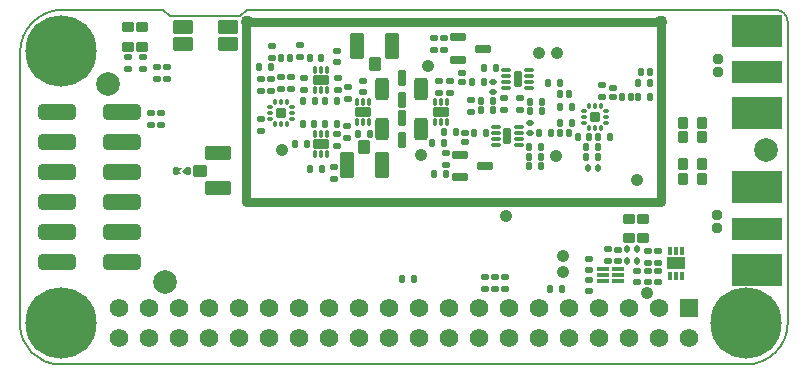
<source format=gts>
G04*
G04 #@! TF.GenerationSoftware,Altium Limited,CircuitStudio,1.5.2 (30)*
G04*
G04 Layer_Color=3394611*
%FSLAX25Y25*%
%MOIN*%
G70*
G01*
G75*
%ADD54C,0.00500*%
%ADD100C,0.03000*%
G04:AMPARAMS|DCode=101|XSize=26.38mil|YSize=22.44mil|CornerRadius=6.3mil|HoleSize=0mil|Usage=FLASHONLY|Rotation=0.000|XOffset=0mil|YOffset=0mil|HoleType=Round|Shape=RoundedRectangle|*
%AMROUNDEDRECTD101*
21,1,0.02638,0.00984,0,0,0.0*
21,1,0.01378,0.02244,0,0,0.0*
1,1,0.01260,0.00689,-0.00492*
1,1,0.01260,-0.00689,-0.00492*
1,1,0.01260,-0.00689,0.00492*
1,1,0.01260,0.00689,0.00492*
%
%ADD101ROUNDEDRECTD101*%
%ADD102C,0.04137*%
G04:AMPARAMS|DCode=103|XSize=26.38mil|YSize=20.47mil|CornerRadius=5.81mil|HoleSize=0mil|Usage=FLASHONLY|Rotation=180.000|XOffset=0mil|YOffset=0mil|HoleType=Round|Shape=RoundedRectangle|*
%AMROUNDEDRECTD103*
21,1,0.02638,0.00886,0,0,180.0*
21,1,0.01476,0.02047,0,0,180.0*
1,1,0.01161,-0.00738,0.00443*
1,1,0.01161,0.00738,0.00443*
1,1,0.01161,0.00738,-0.00443*
1,1,0.01161,-0.00738,-0.00443*
%
%ADD103ROUNDEDRECTD103*%
G04:AMPARAMS|DCode=104|XSize=26.38mil|YSize=22.44mil|CornerRadius=6.3mil|HoleSize=0mil|Usage=FLASHONLY|Rotation=90.000|XOffset=0mil|YOffset=0mil|HoleType=Round|Shape=RoundedRectangle|*
%AMROUNDEDRECTD104*
21,1,0.02638,0.00984,0,0,90.0*
21,1,0.01378,0.02244,0,0,90.0*
1,1,0.01260,0.00492,0.00689*
1,1,0.01260,0.00492,-0.00689*
1,1,0.01260,-0.00492,-0.00689*
1,1,0.01260,-0.00492,0.00689*
%
%ADD104ROUNDEDRECTD104*%
G04:AMPARAMS|DCode=105|XSize=24.41mil|YSize=20.47mil|CornerRadius=5.81mil|HoleSize=0mil|Usage=FLASHONLY|Rotation=270.000|XOffset=0mil|YOffset=0mil|HoleType=Round|Shape=RoundedRectangle|*
%AMROUNDEDRECTD105*
21,1,0.02441,0.00886,0,0,270.0*
21,1,0.01280,0.02047,0,0,270.0*
1,1,0.01161,-0.00443,-0.00640*
1,1,0.01161,-0.00443,0.00640*
1,1,0.01161,0.00443,0.00640*
1,1,0.01161,0.00443,-0.00640*
%
%ADD105ROUNDEDRECTD105*%
G04:AMPARAMS|DCode=106|XSize=40.01mil|YSize=13.63mil|CornerRadius=2.83mil|HoleSize=0mil|Usage=FLASHONLY|Rotation=180.000|XOffset=0mil|YOffset=0mil|HoleType=Round|Shape=RoundedRectangle|*
%AMROUNDEDRECTD106*
21,1,0.04001,0.00797,0,0,180.0*
21,1,0.03435,0.01363,0,0,180.0*
1,1,0.00566,-0.01718,0.00399*
1,1,0.00566,0.01718,0.00399*
1,1,0.00566,0.01718,-0.00399*
1,1,0.00566,-0.01718,-0.00399*
%
%ADD106ROUNDEDRECTD106*%
G04:AMPARAMS|DCode=107|XSize=63.02mil|YSize=42.16mil|CornerRadius=5.02mil|HoleSize=0mil|Usage=FLASHONLY|Rotation=0.000|XOffset=0mil|YOffset=0mil|HoleType=Round|Shape=RoundedRectangle|*
%AMROUNDEDRECTD107*
21,1,0.06302,0.03213,0,0,0.0*
21,1,0.05299,0.04216,0,0,0.0*
1,1,0.01003,0.02649,-0.01606*
1,1,0.01003,-0.02649,-0.01606*
1,1,0.01003,-0.02649,0.01606*
1,1,0.01003,0.02649,0.01606*
%
%ADD107ROUNDEDRECTD107*%
G04:AMPARAMS|DCode=108|XSize=27.59mil|YSize=13.81mil|CornerRadius=3.95mil|HoleSize=0mil|Usage=FLASHONLY|Rotation=270.000|XOffset=0mil|YOffset=0mil|HoleType=Round|Shape=RoundedRectangle|*
%AMROUNDEDRECTD108*
21,1,0.02759,0.00591,0,0,270.0*
21,1,0.01969,0.01381,0,0,270.0*
1,1,0.00791,-0.00295,-0.00984*
1,1,0.00791,-0.00295,0.00984*
1,1,0.00791,0.00295,0.00984*
1,1,0.00791,0.00295,-0.00984*
%
%ADD108ROUNDEDRECTD108*%
G04:AMPARAMS|DCode=109|XSize=34.25mil|YSize=34.25mil|CornerRadius=4.53mil|HoleSize=0mil|Usage=FLASHONLY|Rotation=90.000|XOffset=0mil|YOffset=0mil|HoleType=Round|Shape=RoundedRectangle|*
%AMROUNDEDRECTD109*
21,1,0.03425,0.02520,0,0,90.0*
21,1,0.02520,0.03425,0,0,90.0*
1,1,0.00906,0.01260,0.01260*
1,1,0.00906,0.01260,-0.01260*
1,1,0.00906,-0.01260,-0.01260*
1,1,0.00906,-0.01260,0.01260*
%
%ADD109ROUNDEDRECTD109*%
G04:AMPARAMS|DCode=110|XSize=20.87mil|YSize=10.63mil|CornerRadius=4.53mil|HoleSize=0mil|Usage=FLASHONLY|Rotation=90.000|XOffset=0mil|YOffset=0mil|HoleType=Round|Shape=RoundedRectangle|*
%AMROUNDEDRECTD110*
21,1,0.02087,0.00158,0,0,90.0*
21,1,0.01181,0.01063,0,0,90.0*
1,1,0.00906,0.00079,0.00591*
1,1,0.00906,0.00079,-0.00591*
1,1,0.00906,-0.00079,-0.00591*
1,1,0.00906,-0.00079,0.00591*
%
%ADD110ROUNDEDRECTD110*%
G04:AMPARAMS|DCode=111|XSize=20.87mil|YSize=10.63mil|CornerRadius=4.53mil|HoleSize=0mil|Usage=FLASHONLY|Rotation=0.000|XOffset=0mil|YOffset=0mil|HoleType=Round|Shape=RoundedRectangle|*
%AMROUNDEDRECTD111*
21,1,0.02087,0.00158,0,0,0.0*
21,1,0.01181,0.01063,0,0,0.0*
1,1,0.00906,0.00591,-0.00079*
1,1,0.00906,-0.00591,-0.00079*
1,1,0.00906,-0.00591,0.00079*
1,1,0.00906,0.00591,0.00079*
%
%ADD111ROUNDEDRECTD111*%
G04:AMPARAMS|DCode=112|XSize=44.34mil|YSize=89.61mil|CornerRadius=5.63mil|HoleSize=0mil|Usage=FLASHONLY|Rotation=0.000|XOffset=0mil|YOffset=0mil|HoleType=Round|Shape=RoundedRectangle|*
%AMROUNDEDRECTD112*
21,1,0.04434,0.07835,0,0,0.0*
21,1,0.03307,0.08961,0,0,0.0*
1,1,0.01127,0.01654,-0.03917*
1,1,0.01127,-0.01654,-0.03917*
1,1,0.01127,-0.01654,0.03917*
1,1,0.01127,0.01654,0.03917*
%
%ADD112ROUNDEDRECTD112*%
G04:AMPARAMS|DCode=113|XSize=42.37mil|YSize=44.34mil|CornerRadius=5.44mil|HoleSize=0mil|Usage=FLASHONLY|Rotation=0.000|XOffset=0mil|YOffset=0mil|HoleType=Round|Shape=RoundedRectangle|*
%AMROUNDEDRECTD113*
21,1,0.04237,0.03347,0,0,0.0*
21,1,0.03150,0.04434,0,0,0.0*
1,1,0.01087,0.01575,-0.01673*
1,1,0.01087,-0.01575,-0.01673*
1,1,0.01087,-0.01575,0.01673*
1,1,0.01087,0.01575,0.01673*
%
%ADD113ROUNDEDRECTD113*%
G04:AMPARAMS|DCode=114|XSize=44.34mil|YSize=89.61mil|CornerRadius=5.63mil|HoleSize=0mil|Usage=FLASHONLY|Rotation=270.000|XOffset=0mil|YOffset=0mil|HoleType=Round|Shape=RoundedRectangle|*
%AMROUNDEDRECTD114*
21,1,0.04434,0.07835,0,0,270.0*
21,1,0.03307,0.08961,0,0,270.0*
1,1,0.01127,-0.03917,-0.01654*
1,1,0.01127,-0.03917,0.01654*
1,1,0.01127,0.03917,0.01654*
1,1,0.01127,0.03917,-0.01654*
%
%ADD114ROUNDEDRECTD114*%
G04:AMPARAMS|DCode=115|XSize=42.37mil|YSize=44.34mil|CornerRadius=5.44mil|HoleSize=0mil|Usage=FLASHONLY|Rotation=270.000|XOffset=0mil|YOffset=0mil|HoleType=Round|Shape=RoundedRectangle|*
%AMROUNDEDRECTD115*
21,1,0.04237,0.03347,0,0,270.0*
21,1,0.03150,0.04434,0,0,270.0*
1,1,0.01087,-0.01673,-0.01575*
1,1,0.01087,-0.01673,0.01575*
1,1,0.01087,0.01673,0.01575*
1,1,0.01087,0.01673,-0.01575*
%
%ADD115ROUNDEDRECTD115*%
G04:AMPARAMS|DCode=116|XSize=54.17mil|YSize=34.49mil|CornerRadius=6.22mil|HoleSize=0mil|Usage=FLASHONLY|Rotation=180.000|XOffset=0mil|YOffset=0mil|HoleType=Round|Shape=RoundedRectangle|*
%AMROUNDEDRECTD116*
21,1,0.05417,0.02205,0,0,180.0*
21,1,0.04173,0.03449,0,0,180.0*
1,1,0.01244,-0.02087,0.01102*
1,1,0.01244,0.02087,0.01102*
1,1,0.01244,0.02087,-0.01102*
1,1,0.01244,-0.02087,-0.01102*
%
%ADD116ROUNDEDRECTD116*%
G04:AMPARAMS|DCode=117|XSize=24.65mil|YSize=12.84mil|CornerRadius=2.97mil|HoleSize=0mil|Usage=FLASHONLY|Rotation=90.000|XOffset=0mil|YOffset=0mil|HoleType=Round|Shape=RoundedRectangle|*
%AMROUNDEDRECTD117*
21,1,0.02465,0.00689,0,0,90.0*
21,1,0.01870,0.01284,0,0,90.0*
1,1,0.00595,0.00345,0.00935*
1,1,0.00595,0.00345,-0.00935*
1,1,0.00595,-0.00345,-0.00935*
1,1,0.00595,-0.00345,0.00935*
%
%ADD117ROUNDEDRECTD117*%
G04:AMPARAMS|DCode=118|XSize=127.2mil|YSize=52mil|CornerRadius=13.5mil|HoleSize=0mil|Usage=FLASHONLY|Rotation=180.000|XOffset=0mil|YOffset=0mil|HoleType=Round|Shape=RoundedRectangle|*
%AMROUNDEDRECTD118*
21,1,0.12720,0.02500,0,0,180.0*
21,1,0.10020,0.05200,0,0,180.0*
1,1,0.02700,-0.05010,0.01250*
1,1,0.02700,0.05010,0.01250*
1,1,0.02700,0.05010,-0.01250*
1,1,0.02700,-0.05010,-0.01250*
%
%ADD118ROUNDEDRECTD118*%
G04:AMPARAMS|DCode=119|XSize=24.41mil|YSize=20.47mil|CornerRadius=5.81mil|HoleSize=0mil|Usage=FLASHONLY|Rotation=0.000|XOffset=0mil|YOffset=0mil|HoleType=Round|Shape=RoundedRectangle|*
%AMROUNDEDRECTD119*
21,1,0.02441,0.00886,0,0,0.0*
21,1,0.01280,0.02047,0,0,0.0*
1,1,0.01161,0.00640,-0.00443*
1,1,0.01161,-0.00640,-0.00443*
1,1,0.01161,-0.00640,0.00443*
1,1,0.01161,0.00640,0.00443*
%
%ADD119ROUNDEDRECTD119*%
G04:AMPARAMS|DCode=120|XSize=51.43mil|YSize=26.62mil|CornerRadius=4.45mil|HoleSize=0mil|Usage=FLASHONLY|Rotation=0.000|XOffset=0mil|YOffset=0mil|HoleType=Round|Shape=RoundedRectangle|*
%AMROUNDEDRECTD120*
21,1,0.05143,0.01772,0,0,0.0*
21,1,0.04252,0.02662,0,0,0.0*
1,1,0.00891,0.02126,-0.00886*
1,1,0.00891,-0.02126,-0.00886*
1,1,0.00891,-0.02126,0.00886*
1,1,0.00891,0.02126,0.00886*
%
%ADD120ROUNDEDRECTD120*%
%ADD121R,0.16796X0.07308*%
%ADD122R,0.16796X0.10792*%
%ADD123C,0.07874*%
G04:AMPARAMS|DCode=124|XSize=12.84mil|YSize=32.52mil|CornerRadius=2.97mil|HoleSize=0mil|Usage=FLASHONLY|Rotation=270.000|XOffset=0mil|YOffset=0mil|HoleType=Round|Shape=RoundedRectangle|*
%AMROUNDEDRECTD124*
21,1,0.01284,0.02658,0,0,270.0*
21,1,0.00689,0.03252,0,0,270.0*
1,1,0.00595,-0.01329,-0.00345*
1,1,0.00595,-0.01329,0.00345*
1,1,0.00595,0.01329,0.00345*
1,1,0.00595,0.01329,-0.00345*
%
%ADD124ROUNDEDRECTD124*%
G04:AMPARAMS|DCode=125|XSize=50.24mil|YSize=26.61mil|CornerRadius=5.04mil|HoleSize=0mil|Usage=FLASHONLY|Rotation=270.000|XOffset=0mil|YOffset=0mil|HoleType=Round|Shape=RoundedRectangle|*
%AMROUNDEDRECTD125*
21,1,0.05024,0.01654,0,0,270.0*
21,1,0.04016,0.02661,0,0,270.0*
1,1,0.01008,-0.00827,-0.02008*
1,1,0.01008,-0.00827,0.02008*
1,1,0.01008,0.00827,0.02008*
1,1,0.01008,0.00827,-0.02008*
%
%ADD125ROUNDEDRECTD125*%
G04:AMPARAMS|DCode=126|XSize=26.38mil|YSize=20.47mil|CornerRadius=5.81mil|HoleSize=0mil|Usage=FLASHONLY|Rotation=270.000|XOffset=0mil|YOffset=0mil|HoleType=Round|Shape=RoundedRectangle|*
%AMROUNDEDRECTD126*
21,1,0.02638,0.00886,0,0,270.0*
21,1,0.01476,0.02047,0,0,270.0*
1,1,0.01161,-0.00443,-0.00738*
1,1,0.01161,-0.00443,0.00738*
1,1,0.01161,0.00443,0.00738*
1,1,0.01161,0.00443,-0.00738*
%
%ADD126ROUNDEDRECTD126*%
G04:AMPARAMS|DCode=127|XSize=16.93mil|YSize=25.76mil|CornerRadius=2.09mil|HoleSize=0mil|Usage=FLASHONLY|Rotation=180.000|XOffset=0mil|YOffset=0mil|HoleType=Round|Shape=RoundedRectangle|*
%AMROUNDEDRECTD127*
21,1,0.01693,0.02158,0,0,180.0*
21,1,0.01276,0.02576,0,0,180.0*
1,1,0.00417,-0.00638,0.01079*
1,1,0.00417,0.00638,0.01079*
1,1,0.00417,0.00638,-0.01079*
1,1,0.00417,-0.00638,-0.01079*
%
%ADD127ROUNDEDRECTD127*%
G04:AMPARAMS|DCode=128|XSize=16.93mil|YSize=25.76mil|CornerRadius=2.09mil|HoleSize=0mil|Usage=FLASHONLY|Rotation=270.000|XOffset=0mil|YOffset=0mil|HoleType=Round|Shape=RoundedRectangle|*
%AMROUNDEDRECTD128*
21,1,0.01693,0.02158,0,0,270.0*
21,1,0.01276,0.02576,0,0,270.0*
1,1,0.00417,-0.01079,-0.00638*
1,1,0.00417,-0.01079,0.00638*
1,1,0.00417,0.01079,0.00638*
1,1,0.00417,0.01079,-0.00638*
%
%ADD128ROUNDEDRECTD128*%
G04:AMPARAMS|DCode=129|XSize=30.56mil|YSize=30.56mil|CornerRadius=4.26mil|HoleSize=0mil|Usage=FLASHONLY|Rotation=90.000|XOffset=0mil|YOffset=0mil|HoleType=Round|Shape=RoundedRectangle|*
%AMROUNDEDRECTD129*
21,1,0.03056,0.02205,0,0,90.0*
21,1,0.02205,0.03056,0,0,90.0*
1,1,0.00851,0.01102,0.01102*
1,1,0.00851,0.01102,-0.01102*
1,1,0.00851,-0.01102,-0.01102*
1,1,0.00851,-0.01102,0.01102*
%
%ADD129ROUNDEDRECTD129*%
G04:AMPARAMS|DCode=130|XSize=34.89mil|YSize=39.61mil|CornerRadius=6.28mil|HoleSize=0mil|Usage=FLASHONLY|Rotation=270.000|XOffset=0mil|YOffset=0mil|HoleType=Round|Shape=RoundedRectangle|*
%AMROUNDEDRECTD130*
21,1,0.03489,0.02705,0,0,270.0*
21,1,0.02232,0.03961,0,0,270.0*
1,1,0.01257,-0.01352,-0.01116*
1,1,0.01257,-0.01352,0.01116*
1,1,0.01257,0.01352,0.01116*
1,1,0.01257,0.01352,-0.01116*
%
%ADD130ROUNDEDRECTD130*%
G04:AMPARAMS|DCode=131|XSize=34.89mil|YSize=39.61mil|CornerRadius=6.28mil|HoleSize=0mil|Usage=FLASHONLY|Rotation=180.000|XOffset=0mil|YOffset=0mil|HoleType=Round|Shape=RoundedRectangle|*
%AMROUNDEDRECTD131*
21,1,0.03489,0.02705,0,0,180.0*
21,1,0.02232,0.03961,0,0,180.0*
1,1,0.01257,-0.01116,0.01352*
1,1,0.01257,0.01116,0.01352*
1,1,0.01257,0.01116,-0.01352*
1,1,0.01257,-0.01116,-0.01352*
%
%ADD131ROUNDEDRECTD131*%
G04:AMPARAMS|DCode=132|XSize=67.96mil|YSize=44.34mil|CornerRadius=5.63mil|HoleSize=0mil|Usage=FLASHONLY|Rotation=180.000|XOffset=0mil|YOffset=0mil|HoleType=Round|Shape=RoundedRectangle|*
%AMROUNDEDRECTD132*
21,1,0.06796,0.03307,0,0,180.0*
21,1,0.05669,0.04434,0,0,180.0*
1,1,0.01127,-0.02835,0.01654*
1,1,0.01127,0.02835,0.01654*
1,1,0.01127,0.02835,-0.01654*
1,1,0.01127,-0.02835,-0.01654*
%
%ADD132ROUNDEDRECTD132*%
G04:AMPARAMS|DCode=133|XSize=73.87mil|YSize=43.95mil|CornerRadius=7.64mil|HoleSize=0mil|Usage=FLASHONLY|Rotation=90.000|XOffset=0mil|YOffset=0mil|HoleType=Round|Shape=RoundedRectangle|*
%AMROUNDEDRECTD133*
21,1,0.07387,0.02866,0,0,90.0*
21,1,0.05858,0.04395,0,0,90.0*
1,1,0.01528,0.01433,0.02929*
1,1,0.01528,0.01433,-0.02929*
1,1,0.01528,-0.01433,-0.02929*
1,1,0.01528,-0.01433,0.02929*
%
%ADD133ROUNDEDRECTD133*%
G04:AMPARAMS|DCode=134|XSize=52.02mil|YSize=27.02mil|CornerRadius=5.1mil|HoleSize=0mil|Usage=FLASHONLY|Rotation=90.000|XOffset=0mil|YOffset=0mil|HoleType=Round|Shape=RoundedRectangle|*
%AMROUNDEDRECTD134*
21,1,0.05202,0.01681,0,0,90.0*
21,1,0.04181,0.02702,0,0,90.0*
1,1,0.01021,0.00841,0.02091*
1,1,0.01021,0.00841,-0.02091*
1,1,0.01021,-0.00841,-0.02091*
1,1,0.01021,-0.00841,0.02091*
%
%ADD134ROUNDEDRECTD134*%
%ADD135C,0.02662*%
%ADD136C,0.06206*%
%ADD137R,0.06206X0.06206*%
%ADD138C,0.23748*%
%ADD139C,0.04300*%
G36*
X1088476Y764981D02*
X1087576Y764081D01*
Y763781D01*
X1088476Y762881D01*
Y762781D01*
X1086776D01*
Y765081D01*
X1088476D01*
Y764981D01*
D02*
G37*
G36*
X1090376Y762781D02*
X1089576D01*
X1088576Y763781D01*
Y764081D01*
X1089576Y765081D01*
X1090376D01*
Y762781D01*
D02*
G37*
D54*
X1276749Y699502D02*
G03*
X1290528Y713281I0J13780D01*
G01*
X1034623Y712769D02*
G03*
X1047891Y699502I13268J0D01*
G01*
X1048995Y817730D02*
G03*
X1034623Y803358I0J-14372D01*
G01*
X1290528Y813564D02*
G03*
X1286362Y817730I-4166J0D01*
G01*
X1047891Y699502D02*
X1276749Y699502D01*
X1034623Y712769D02*
X1034623Y796470D01*
X1290528Y718006D02*
Y767631D01*
X1084591Y815466D02*
X1107961D01*
X1034623Y796470D02*
Y803358D01*
X1290528Y713281D02*
Y718006D01*
X1110224Y817730D02*
X1286362D01*
X1290528Y767631D02*
Y813564D01*
X1082327Y817730D02*
X1084591Y815466D01*
X1048995Y817730D02*
X1082327D01*
X1107961Y815466D02*
X1110224Y817730D01*
D100*
X1109876Y753681D02*
Y813561D01*
Y753681D02*
X1248276D01*
Y813561D01*
X1109876D02*
X1248276D01*
D101*
X1081576Y779313D02*
D03*
Y783250D02*
D03*
X1118376Y790613D02*
D03*
Y794550D02*
D03*
X1247201Y733387D02*
D03*
Y737324D02*
D03*
X1243801Y730724D02*
D03*
Y726787D02*
D03*
Y737324D02*
D03*
Y733387D02*
D03*
X1247201Y730724D02*
D03*
Y726787D02*
D03*
X1078176Y779313D02*
D03*
Y783250D02*
D03*
X1115000Y777311D02*
D03*
Y781248D02*
D03*
X1121676Y795350D02*
D03*
Y791413D02*
D03*
X1124876Y795350D02*
D03*
Y791413D02*
D03*
X1114976Y790613D02*
D03*
Y794550D02*
D03*
X1140376Y772213D02*
D03*
Y776150D02*
D03*
X1224276Y730813D02*
D03*
Y734750D02*
D03*
X1240401Y726787D02*
D03*
Y730724D02*
D03*
X1233876Y733813D02*
D03*
Y737750D02*
D03*
X1224376Y727750D02*
D03*
Y723813D02*
D03*
X1083476Y798550D02*
D03*
Y794613D02*
D03*
X1140176Y800173D02*
D03*
Y804110D02*
D03*
X1129376Y795050D02*
D03*
Y791113D02*
D03*
X1139296Y765280D02*
D03*
Y761343D02*
D03*
X1143776Y775013D02*
D03*
Y778950D02*
D03*
X1143876Y791950D02*
D03*
Y788013D02*
D03*
X1177876Y793850D02*
D03*
Y789913D02*
D03*
X1174276D02*
D03*
Y793850D02*
D03*
X1228476Y788713D02*
D03*
Y792650D02*
D03*
X1201172Y784334D02*
D03*
Y788271D02*
D03*
X1195922Y784265D02*
D03*
Y788202D02*
D03*
X1148996Y790163D02*
D03*
Y794100D02*
D03*
X1140566Y794860D02*
D03*
Y790923D02*
D03*
X1127856Y801893D02*
D03*
Y805830D02*
D03*
X1118606Y801713D02*
D03*
Y805650D02*
D03*
X1185079Y787547D02*
D03*
Y783610D02*
D03*
D102*
X1243776Y723181D02*
D03*
X1215676Y735581D02*
D03*
X1196476Y748781D02*
D03*
X1240276Y761081D02*
D03*
X1213376Y769081D02*
D03*
X1121976Y770781D02*
D03*
X1168176Y769281D02*
D03*
X1207676Y803381D02*
D03*
X1213676D02*
D03*
X1170476Y798881D02*
D03*
X1215676Y730181D02*
D03*
D103*
X1230676Y733781D02*
D03*
Y737781D02*
D03*
X1189776Y724481D02*
D03*
Y728481D02*
D03*
X1193076Y724481D02*
D03*
Y728481D02*
D03*
X1196376Y724481D02*
D03*
Y728481D02*
D03*
X1172776Y808381D02*
D03*
Y804381D02*
D03*
X1080176Y794681D02*
D03*
Y798681D02*
D03*
X1075476Y798081D02*
D03*
Y802081D02*
D03*
X1070676Y798081D02*
D03*
Y802081D02*
D03*
X1176676Y769781D02*
D03*
Y765781D02*
D03*
X1175976Y808381D02*
D03*
Y804381D02*
D03*
D104*
X1227244Y771881D02*
D03*
X1223307D02*
D03*
X1161907Y727781D02*
D03*
X1165844D02*
D03*
X1132744Y779681D02*
D03*
X1128807D02*
D03*
X1136307Y787281D02*
D03*
X1140244D02*
D03*
X1136207Y779681D02*
D03*
X1140144D02*
D03*
X1244644Y788681D02*
D03*
X1240707D02*
D03*
X1231142Y775343D02*
D03*
X1227205D02*
D03*
X1220512D02*
D03*
X1224449D02*
D03*
X1227244Y768481D02*
D03*
X1223307D02*
D03*
X1130174Y772848D02*
D03*
X1126237D02*
D03*
X1132844Y787281D02*
D03*
X1128907D02*
D03*
X1211654Y776524D02*
D03*
X1207717D02*
D03*
X1192379Y787415D02*
D03*
X1188442D02*
D03*
X1204583Y787021D02*
D03*
X1208521D02*
D03*
X1189244Y793481D02*
D03*
X1185307D02*
D03*
X1151164Y776441D02*
D03*
X1147227D02*
D03*
X1204407Y771981D02*
D03*
X1208344D02*
D03*
X1185907Y776681D02*
D03*
X1189844D02*
D03*
X1208521Y783872D02*
D03*
X1204583D02*
D03*
X1176094Y776930D02*
D03*
X1180031D02*
D03*
X1218642Y779969D02*
D03*
X1214705D02*
D03*
X1210571Y793354D02*
D03*
X1214508D02*
D03*
X1214707Y785181D02*
D03*
X1218644D02*
D03*
X1244644Y793181D02*
D03*
X1240707D02*
D03*
X1172107Y773171D02*
D03*
X1176044D02*
D03*
X1193166Y798439D02*
D03*
X1189229D02*
D03*
X1192379Y784265D02*
D03*
X1188442D02*
D03*
X1131142Y801721D02*
D03*
X1135079D02*
D03*
X1114217Y798691D02*
D03*
X1118154D02*
D03*
X1131355Y764580D02*
D03*
X1135292D02*
D03*
D105*
X1240448Y733781D02*
D03*
X1237102D02*
D03*
X1240448Y737781D02*
D03*
X1237102D02*
D03*
X1223903Y764881D02*
D03*
X1227249D02*
D03*
D106*
X1228895Y727413D02*
D03*
Y729381D02*
D03*
Y731350D02*
D03*
X1233856D02*
D03*
Y729381D02*
D03*
Y727413D02*
D03*
D107*
X1253301Y733156D02*
D03*
D108*
X1255270Y729022D02*
D03*
X1253301D02*
D03*
X1251332D02*
D03*
Y737290D02*
D03*
X1253301D02*
D03*
X1255270D02*
D03*
D109*
X1226417Y782035D02*
D03*
X1121693Y783217D02*
D03*
D110*
X1224449Y785697D02*
D03*
X1226417D02*
D03*
X1228386D02*
D03*
Y778374D02*
D03*
X1226417D02*
D03*
X1224449D02*
D03*
X1123662Y779555D02*
D03*
X1121693D02*
D03*
X1119724D02*
D03*
Y786878D02*
D03*
X1121693D02*
D03*
X1123662D02*
D03*
D111*
X1230079Y784004D02*
D03*
Y782035D02*
D03*
Y780067D02*
D03*
X1222756D02*
D03*
Y782035D02*
D03*
Y784004D02*
D03*
X1118032Y781248D02*
D03*
Y783217D02*
D03*
Y785185D02*
D03*
X1125354D02*
D03*
Y783217D02*
D03*
Y781248D02*
D03*
D112*
X1158653Y805581D02*
D03*
X1147038D02*
D03*
X1143639Y766001D02*
D03*
X1155253D02*
D03*
D113*
X1152846Y799577D02*
D03*
X1149446Y772005D02*
D03*
D114*
X1100476Y758174D02*
D03*
Y769788D02*
D03*
D115*
X1094472Y763981D02*
D03*
D116*
X1135079Y794240D02*
D03*
Y772980D02*
D03*
X1148996Y783671D02*
D03*
X1174836Y783751D02*
D03*
D117*
X1133110Y797587D02*
D03*
X1135079D02*
D03*
X1137047D02*
D03*
Y790894D02*
D03*
X1135079D02*
D03*
X1133110D02*
D03*
X1137047Y769634D02*
D03*
X1135079D02*
D03*
X1133110D02*
D03*
Y776327D02*
D03*
X1135079D02*
D03*
X1137047D02*
D03*
X1147027Y787018D02*
D03*
X1148996D02*
D03*
X1150964D02*
D03*
Y780325D02*
D03*
X1148996D02*
D03*
X1147027D02*
D03*
X1172867Y787098D02*
D03*
X1174836D02*
D03*
X1176804D02*
D03*
Y780405D02*
D03*
X1174836D02*
D03*
X1172867D02*
D03*
D118*
X1068481Y733478D02*
D03*
Y743478D02*
D03*
Y753478D02*
D03*
Y763478D02*
D03*
Y773478D02*
D03*
Y783478D02*
D03*
X1046985Y733478D02*
D03*
Y743478D02*
D03*
Y753478D02*
D03*
Y763478D02*
D03*
Y773478D02*
D03*
Y783478D02*
D03*
D119*
X1204567Y779968D02*
D03*
Y776622D02*
D03*
X1192376Y790335D02*
D03*
Y793681D02*
D03*
D120*
X1181415Y761922D02*
D03*
X1189761Y765662D02*
D03*
X1181415Y769403D02*
D03*
X1180725Y800998D02*
D03*
X1189072Y804738D02*
D03*
X1180725Y808478D02*
D03*
D121*
X1280174Y744698D02*
D03*
Y796864D02*
D03*
D122*
Y758448D02*
D03*
Y730948D02*
D03*
Y810614D02*
D03*
Y783114D02*
D03*
D123*
X1283127Y770886D02*
D03*
X1082976Y726781D02*
D03*
X1063876Y793081D02*
D03*
D124*
X1204410Y791583D02*
D03*
Y793551D02*
D03*
Y795520D02*
D03*
Y797488D02*
D03*
X1196654Y791583D02*
D03*
Y793551D02*
D03*
Y795520D02*
D03*
Y797488D02*
D03*
X1193150Y778591D02*
D03*
Y776622D02*
D03*
Y774654D02*
D03*
Y772685D02*
D03*
X1200906Y778591D02*
D03*
Y776622D02*
D03*
Y774654D02*
D03*
Y772685D02*
D03*
D125*
X1200532Y794535D02*
D03*
X1197028Y775638D02*
D03*
D126*
X1090476Y763931D02*
D03*
X1086476D02*
D03*
X1208366Y768759D02*
D03*
X1204366D02*
D03*
X1204276Y765581D02*
D03*
X1208276D02*
D03*
X1211276Y724481D02*
D03*
X1215276D02*
D03*
X1176676Y762981D02*
D03*
X1172676D02*
D03*
D127*
X1238276Y788681D02*
D03*
X1235276D02*
D03*
X1214583Y776524D02*
D03*
X1217583D02*
D03*
X1244676Y796981D02*
D03*
X1241676D02*
D03*
X1214583Y789713D02*
D03*
X1217583D02*
D03*
X1124716Y801681D02*
D03*
X1121716D02*
D03*
D128*
X1182876Y776581D02*
D03*
Y773581D02*
D03*
X1181929Y793610D02*
D03*
Y796610D02*
D03*
X1232276Y788681D02*
D03*
Y791681D02*
D03*
D129*
X1267433Y796797D02*
D03*
Y801128D02*
D03*
X1266887Y744797D02*
D03*
Y749127D02*
D03*
D130*
X1075456Y805442D02*
D03*
Y811820D02*
D03*
X1070636Y805422D02*
D03*
Y811800D02*
D03*
X1237476Y741692D02*
D03*
Y748070D02*
D03*
X1242376Y741692D02*
D03*
Y748070D02*
D03*
D131*
X1255687Y779881D02*
D03*
X1262065D02*
D03*
X1255687Y775181D02*
D03*
X1262065D02*
D03*
X1255687Y761381D02*
D03*
X1262065D02*
D03*
X1255687Y766181D02*
D03*
X1262065D02*
D03*
D132*
X1088797Y812035D02*
D03*
Y806327D02*
D03*
X1103954Y812035D02*
D03*
Y806327D02*
D03*
D133*
X1155428Y791161D02*
D03*
X1168223D02*
D03*
X1155438Y778011D02*
D03*
X1168233D02*
D03*
D134*
X1161826Y794813D02*
D03*
Y787509D02*
D03*
X1161836Y781663D02*
D03*
Y774360D02*
D03*
D135*
X1104348Y812331D02*
D03*
X1088403D02*
D03*
D136*
X1097576Y718281D02*
D03*
Y708281D02*
D03*
X1087576Y718281D02*
D03*
Y708281D02*
D03*
X1077576Y718281D02*
D03*
Y708281D02*
D03*
X1067576Y718281D02*
D03*
Y708281D02*
D03*
X1107576D02*
D03*
Y718281D02*
D03*
X1117576Y708281D02*
D03*
Y718281D02*
D03*
X1127576Y708281D02*
D03*
Y718281D02*
D03*
X1137576Y708281D02*
D03*
Y718281D02*
D03*
X1147576Y708281D02*
D03*
Y718281D02*
D03*
X1157576Y708281D02*
D03*
Y718281D02*
D03*
X1167576Y708281D02*
D03*
Y718281D02*
D03*
X1177576Y708281D02*
D03*
Y718281D02*
D03*
X1187576Y708281D02*
D03*
Y718281D02*
D03*
X1197576Y708281D02*
D03*
Y718281D02*
D03*
X1207576Y708281D02*
D03*
Y718281D02*
D03*
X1217576Y708281D02*
D03*
Y718281D02*
D03*
X1227576Y708281D02*
D03*
Y718281D02*
D03*
X1237576Y708281D02*
D03*
Y718281D02*
D03*
X1247576Y708281D02*
D03*
Y718281D02*
D03*
X1257576Y708281D02*
D03*
D137*
Y718281D02*
D03*
D138*
X1048402Y713281D02*
D03*
Y803832D02*
D03*
X1276749Y713281D02*
D03*
D139*
X1110176Y813561D02*
D03*
X1248276D02*
D03*
M02*

</source>
